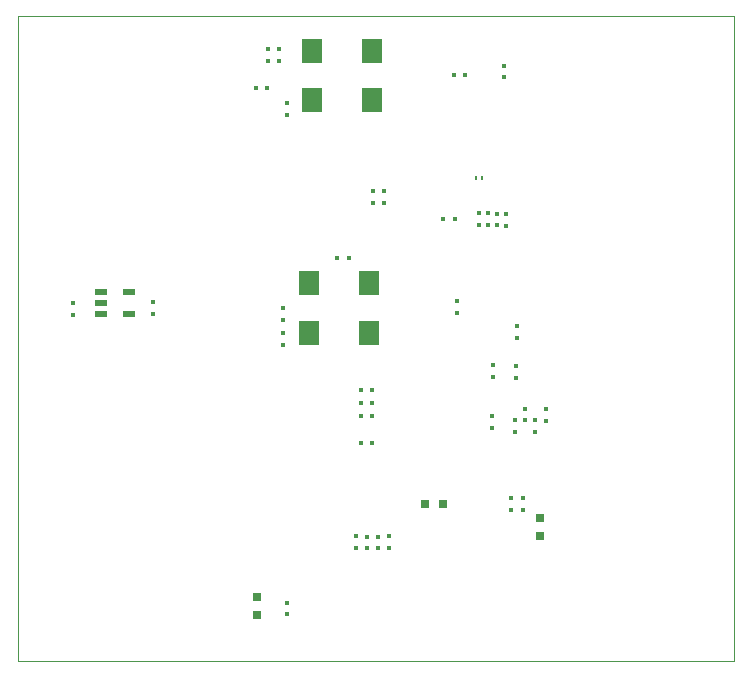
<source format=gbp>
G04*
G04 #@! TF.GenerationSoftware,Altium Limited,Altium NEXUS,3.1.12 (69)*
G04*
G04 Layer_Color=128*
%FSLAX25Y25*%
%MOIN*%
G70*
G04*
G04 #@! TF.SameCoordinates,C12BC461-16F2-471F-B13C-3D38B02939EA*
G04*
G04*
G04 #@! TF.FilePolarity,Positive*
G04*
G01*
G75*
%ADD16C,0.00000*%
%ADD18R,0.03150X0.03150*%
%ADD19R,0.01575X0.01575*%
%ADD20R,0.01575X0.01575*%
%ADD24R,0.03150X0.03150*%
%ADD83R,0.01102X0.01181*%
%ADD84R,0.07087X0.07874*%
%ADD85R,0.04134X0.02362*%
D16*
X-12Y-2D02*
Y214839D01*
Y-2D02*
X238718D01*
Y214839D01*
X-12D02*
X238718D01*
D18*
X141716Y52158D02*
D03*
X135810D02*
D03*
D19*
X145205Y195363D02*
D03*
X149142D02*
D03*
X79202Y190945D02*
D03*
X83139D02*
D03*
X141714Y147404D02*
D03*
X145651D02*
D03*
X106315Y134250D02*
D03*
X110252D02*
D03*
X118177Y90421D02*
D03*
X114240D02*
D03*
X118177Y85839D02*
D03*
X114240D02*
D03*
X114241Y81585D02*
D03*
X118178D02*
D03*
Y72558D02*
D03*
X114241D02*
D03*
D20*
X116218Y37499D02*
D03*
Y41436D02*
D03*
X119875Y37499D02*
D03*
Y41436D02*
D03*
X123523Y37533D02*
D03*
Y41470D02*
D03*
X112583Y37533D02*
D03*
Y41470D02*
D03*
X153567Y145196D02*
D03*
Y149133D02*
D03*
X156601Y145204D02*
D03*
Y149141D02*
D03*
X159678Y145169D02*
D03*
Y149106D02*
D03*
X162842Y145022D02*
D03*
Y148959D02*
D03*
X162120Y198431D02*
D03*
Y194494D02*
D03*
X89609Y185914D02*
D03*
Y181977D02*
D03*
X83395Y203918D02*
D03*
Y199981D02*
D03*
X86876Y199956D02*
D03*
Y203893D02*
D03*
X122026Y156465D02*
D03*
Y152528D02*
D03*
X118465Y152585D02*
D03*
Y156522D02*
D03*
X45175Y119472D02*
D03*
Y115535D02*
D03*
X18233Y119377D02*
D03*
Y115440D02*
D03*
X89838Y15502D02*
D03*
Y19439D02*
D03*
X146212Y115892D02*
D03*
Y119829D02*
D03*
X175885Y84034D02*
D03*
Y80097D02*
D03*
X164516Y50421D02*
D03*
Y54358D02*
D03*
X165792Y80216D02*
D03*
Y76279D02*
D03*
X172468Y80216D02*
D03*
Y76279D02*
D03*
X168286Y50391D02*
D03*
Y54328D02*
D03*
X169105Y84107D02*
D03*
Y80170D02*
D03*
X165961Y98378D02*
D03*
Y94441D02*
D03*
X166362Y111665D02*
D03*
Y107728D02*
D03*
X158191Y98600D02*
D03*
Y94663D02*
D03*
X158040Y77692D02*
D03*
Y81629D02*
D03*
X88456Y117516D02*
D03*
Y113579D02*
D03*
Y109344D02*
D03*
Y105407D02*
D03*
D24*
X173912Y47490D02*
D03*
Y41584D02*
D03*
X79617Y15290D02*
D03*
Y21196D02*
D03*
D83*
X154530Y161081D02*
D03*
X152680D02*
D03*
D84*
X117964Y186814D02*
D03*
X97964D02*
D03*
X117964Y203414D02*
D03*
X97964Y203349D02*
D03*
X116891Y109291D02*
D03*
X96891D02*
D03*
X116891Y125891D02*
D03*
X96891Y125827D02*
D03*
D85*
X37104Y115487D02*
D03*
Y122967D02*
D03*
X27655D02*
D03*
Y119227D02*
D03*
Y115487D02*
D03*
M02*

</source>
